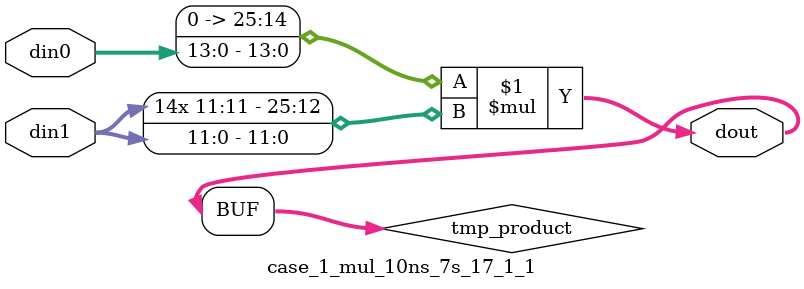
<source format=v>

`timescale 1 ns / 1 ps

 (* use_dsp = "no" *)  module case_1_mul_10ns_7s_17_1_1(din0, din1, dout);
parameter ID = 1;
parameter NUM_STAGE = 0;
parameter din0_WIDTH = 14;
parameter din1_WIDTH = 12;
parameter dout_WIDTH = 26;

input [din0_WIDTH - 1 : 0] din0; 
input [din1_WIDTH - 1 : 0] din1; 
output [dout_WIDTH - 1 : 0] dout;

wire signed [dout_WIDTH - 1 : 0] tmp_product;

























assign tmp_product = $signed({1'b0, din0}) * $signed(din1);










assign dout = tmp_product;





















endmodule

</source>
